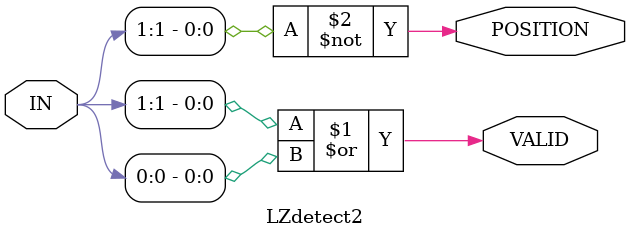
<source format=v>
module LZdetect2(
	IN,
	VALID,
	POSITION
);
	input [1:0] IN;
	output VALID, POSITION;
	
	assign VALID = IN[1] | IN[0];
	assign POSITION = ~IN[1];
	
endmodule


</source>
